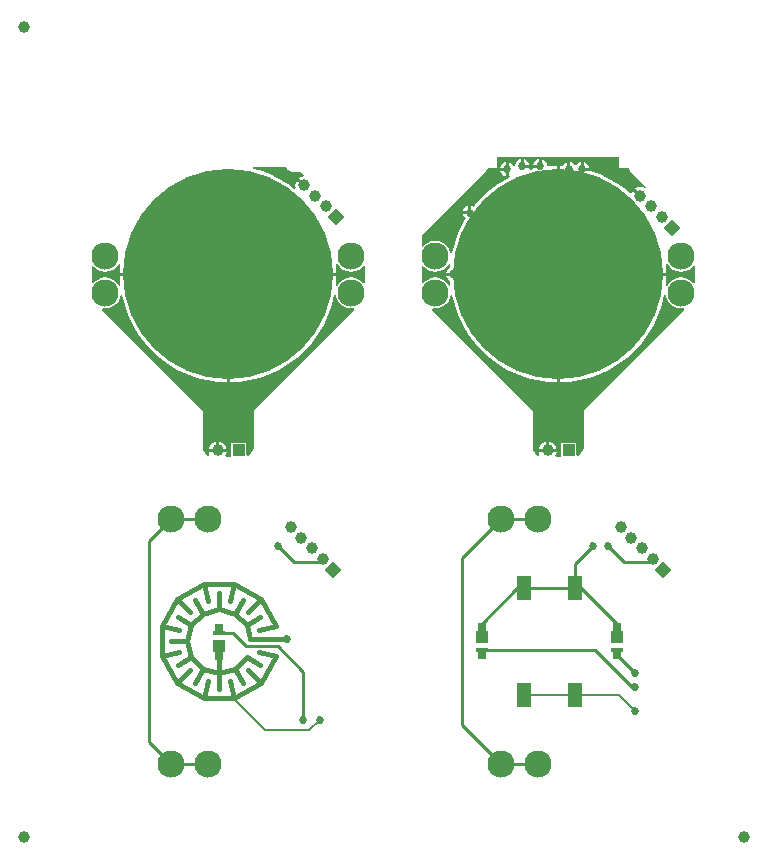
<source format=gbl>
G04 Layer_Physical_Order=2*
G04 Layer_Color=16711680*
%FSLAX25Y25*%
%MOIN*%
G70*
G01*
G75*
%ADD10C,0.03937*%
%ADD23C,0.00600*%
%ADD24C,0.01000*%
%ADD25C,0.70079*%
%ADD27C,0.01575*%
%ADD36R,0.03150X0.02559*%
%ADD37R,0.04488X0.04016*%
%ADD38R,0.04488X0.01181*%
%ADD47C,0.03961*%
G04:AMPARAMS|DCode=48|XSize=39.59mil|YSize=39.61mil|CornerRadius=0mil|HoleSize=0mil|Usage=FLASHONLY|Rotation=135.000|XOffset=0mil|YOffset=0mil|HoleType=Round|Shape=Rectangle|*
%AMROTATEDRECTD48*
4,1,4,0.02800,0.00001,-0.00001,-0.02800,-0.02800,-0.00001,0.00001,0.02800,0.02800,0.00001,0.0*
%
%ADD48ROTATEDRECTD48*%

%ADD49R,0.03959X0.03961*%
%ADD50C,0.09055*%
%ADD51C,0.02700*%
%ADD52R,0.05118X0.08268*%
%ADD53R,0.01575X0.01575*%
%ADD54R,0.01575X0.07874*%
G36*
X102583Y237718D02*
X102671Y237585D01*
X103085Y237171D01*
X103581Y236840D01*
X104122Y236616D01*
X104342Y236572D01*
X104558Y236507D01*
X104850Y236478D01*
X104926Y236486D01*
X105000Y236471D01*
X107367D01*
X108240Y235597D01*
X108061Y235069D01*
X107615Y235010D01*
X106890Y234710D01*
X106668Y234539D01*
X108747Y232460D01*
X108040Y231753D01*
X105961Y233832D01*
X105790Y233610D01*
X105490Y232885D01*
X105387Y232107D01*
X105490Y231329D01*
X105499Y231305D01*
X105091Y230986D01*
X103047Y232502D01*
X100009Y234322D01*
X96808Y235836D01*
X93474Y237029D01*
X91249Y237587D01*
X91310Y238087D01*
X102264D01*
X102583Y237718D01*
D02*
G37*
G36*
X213400Y238100D02*
X213500Y238000D01*
X216471D01*
X216587Y237415D01*
X216919Y236919D01*
X222329Y231508D01*
X221999Y231131D01*
X221896Y231210D01*
X221171Y231510D01*
X220393Y231613D01*
X219615Y231510D01*
X218890Y231210D01*
X218668Y231039D01*
X220747Y228960D01*
X220040Y228253D01*
X217961Y230332D01*
X217790Y230110D01*
X217560Y229554D01*
X217028Y229362D01*
X215891Y230392D01*
X213047Y232502D01*
X210009Y234322D01*
X206808Y235836D01*
X203556Y237000D01*
X201000D01*
Y237500D01*
X200500D01*
Y239797D01*
X200083Y239714D01*
X199306Y239194D01*
X199051Y238812D01*
X198449D01*
X198194Y239194D01*
X197417Y239714D01*
X197000Y239797D01*
Y237500D01*
X196000D01*
Y239797D01*
X195583Y239714D01*
X194806Y239194D01*
X194353Y238516D01*
X193500Y238558D01*
Y203000D01*
X229058D01*
X228919Y205833D01*
X229414Y205944D01*
X229466Y205820D01*
X230288Y204749D01*
X231359Y203927D01*
X232606Y203410D01*
X233945Y203234D01*
X235283Y203410D01*
X236531Y203927D01*
X237602Y204749D01*
X237971Y205229D01*
X238471Y205059D01*
Y199547D01*
X237971Y199377D01*
X237602Y199858D01*
X236531Y200680D01*
X235283Y201196D01*
X233945Y201373D01*
X232606Y201196D01*
X231359Y200680D01*
X230288Y199858D01*
X229466Y198787D01*
X229345Y198495D01*
X228859Y198629D01*
X228909Y198963D01*
X229058Y202000D01*
X193500D01*
Y166442D01*
X196537Y166591D01*
X200039Y167111D01*
X203474Y167971D01*
X206808Y169164D01*
X210009Y170678D01*
X213047Y172498D01*
X215891Y174608D01*
X218514Y176986D01*
X220892Y179609D01*
X223002Y182453D01*
X224822Y185491D01*
X226336Y188692D01*
X227529Y192026D01*
X228390Y195461D01*
X228881Y195382D01*
X228949Y194862D01*
X229466Y193615D01*
X230288Y192544D01*
X231359Y191722D01*
X232606Y191205D01*
X233945Y191029D01*
X234767Y191137D01*
X235001Y190664D01*
X201919Y157581D01*
X201587Y157085D01*
X201471Y156500D01*
Y144658D01*
X201337Y143988D01*
X201076Y143356D01*
X200696Y142788D01*
X200212Y142304D01*
X199644Y141924D01*
X199495Y141863D01*
X199080Y142140D01*
Y146265D01*
X193921D01*
Y141529D01*
X192233D01*
X191986Y142029D01*
X192103Y142182D01*
X192404Y142907D01*
X192440Y143185D01*
X186560D01*
X186596Y142907D01*
X186727Y142591D01*
X186439Y142028D01*
X186267Y141984D01*
X185788Y142304D01*
X185304Y142788D01*
X184924Y143356D01*
X184663Y143988D01*
X184529Y144658D01*
Y156500D01*
X184413Y157085D01*
X184081Y157581D01*
X150999Y190664D01*
X151233Y191137D01*
X152055Y191029D01*
X153394Y191205D01*
X154641Y191722D01*
X155712Y192544D01*
X156534Y193615D01*
X157051Y194862D01*
X157119Y195382D01*
X157610Y195461D01*
X158471Y192026D01*
X159664Y188692D01*
X161178Y185491D01*
X162998Y182453D01*
X165108Y179609D01*
X167486Y176986D01*
X170109Y174608D01*
X172953Y172498D01*
X175991Y170678D01*
X179192Y169164D01*
X182526Y167971D01*
X185961Y167111D01*
X189463Y166591D01*
X192500Y166442D01*
Y202500D01*
Y238558D01*
X189881Y238430D01*
X189396Y238500D01*
X189214Y239417D01*
X188694Y240194D01*
X187917Y240714D01*
X187500Y240797D01*
Y238500D01*
X187000D01*
Y238000D01*
X184703D01*
X184784Y237595D01*
X183575Y237292D01*
X183242Y237724D01*
X183297Y238000D01*
X181000D01*
Y238500D01*
X180500D01*
Y240797D01*
X180083Y240714D01*
X179306Y240194D01*
X178786Y239417D01*
X178636Y238661D01*
X178122Y238554D01*
X177694Y239194D01*
X176917Y239714D01*
X176500Y239797D01*
Y235203D01*
X176818Y235267D01*
X176976Y234788D01*
X175991Y234322D01*
X172953Y232502D01*
X170109Y230392D01*
X167486Y228014D01*
X165108Y225391D01*
X164791Y224964D01*
X164417Y225214D01*
X164000Y225297D01*
Y223000D01*
X163500D01*
Y222500D01*
X161203D01*
X161286Y222083D01*
X161806Y221306D01*
X162126Y221092D01*
X161178Y219509D01*
X159664Y216308D01*
X158471Y212974D01*
X157610Y209539D01*
X157595Y209437D01*
X157090Y209442D01*
X157051Y209744D01*
X156534Y210991D01*
X155712Y212063D01*
X154641Y212884D01*
X153394Y213401D01*
X152055Y213577D01*
X150717Y213401D01*
X149469Y212884D01*
X148398Y212063D01*
X148029Y211582D01*
X147529Y211752D01*
Y215367D01*
X158081Y225919D01*
X169081Y236919D01*
X169413Y237415D01*
X169529Y238000D01*
X172500D01*
Y241400D01*
X213400D01*
Y238100D01*
D02*
G37*
G36*
X157081Y205833D02*
X157024Y204674D01*
X156306Y204194D01*
X155786Y203417D01*
X155703Y203000D01*
X158000D01*
Y202000D01*
X155703D01*
X155786Y201583D01*
X156306Y200806D01*
X157024Y200326D01*
X157091Y198963D01*
X157141Y198629D01*
X156655Y198495D01*
X156534Y198787D01*
X155712Y199858D01*
X154641Y200680D01*
X153394Y201196D01*
X152055Y201373D01*
X150717Y201196D01*
X149469Y200680D01*
X148398Y199858D01*
X148029Y199377D01*
X147529Y199547D01*
Y205059D01*
X148029Y205229D01*
X148398Y204749D01*
X149469Y203927D01*
X150717Y203410D01*
X152055Y203234D01*
X153394Y203410D01*
X154641Y203927D01*
X155712Y204749D01*
X156534Y205820D01*
X156586Y205944D01*
X157081Y205833D01*
D02*
G37*
G36*
X119466Y205820D02*
X120288Y204749D01*
X121359Y203927D01*
X122606Y203410D01*
X123945Y203234D01*
X125283Y203410D01*
X126531Y203927D01*
X127602Y204749D01*
X127971Y205229D01*
X128471Y205059D01*
Y199547D01*
X127971Y199377D01*
X127602Y199858D01*
X126531Y200680D01*
X125283Y201196D01*
X123945Y201373D01*
X122606Y201196D01*
X121359Y200680D01*
X120288Y199858D01*
X119466Y198787D01*
X119345Y198495D01*
X118860Y198629D01*
X118909Y198963D01*
X119058Y202000D01*
X83500D01*
Y166442D01*
X86537Y166591D01*
X90039Y167111D01*
X93474Y167971D01*
X96808Y169164D01*
X100009Y170678D01*
X103047Y172498D01*
X105891Y174608D01*
X108514Y176986D01*
X110892Y179609D01*
X113002Y182453D01*
X114822Y185491D01*
X116336Y188692D01*
X117529Y192026D01*
X118389Y195461D01*
X118881Y195382D01*
X118949Y194862D01*
X119466Y193615D01*
X120288Y192544D01*
X121359Y191722D01*
X122606Y191205D01*
X123945Y191029D01*
X124767Y191137D01*
X125001Y190664D01*
X91919Y157581D01*
X91587Y157085D01*
X91471Y156500D01*
Y144658D01*
X91337Y143988D01*
X91076Y143356D01*
X90696Y142788D01*
X90212Y142304D01*
X89644Y141924D01*
X89495Y141863D01*
X89079Y142140D01*
Y146265D01*
X83921D01*
Y141529D01*
X82233D01*
X81986Y142029D01*
X82103Y142182D01*
X82404Y142907D01*
X82440Y143185D01*
X76560D01*
X76596Y142907D01*
X76727Y142591D01*
X76439Y142028D01*
X76266Y141984D01*
X75788Y142304D01*
X75304Y142788D01*
X74924Y143356D01*
X74663Y143988D01*
X74529Y144658D01*
Y156500D01*
X74413Y157085D01*
X74081Y157581D01*
X40999Y190664D01*
X41233Y191137D01*
X42055Y191029D01*
X43394Y191205D01*
X44641Y191722D01*
X45712Y192544D01*
X46534Y193615D01*
X47051Y194862D01*
X47119Y195382D01*
X47611Y195461D01*
X48471Y192026D01*
X49664Y188692D01*
X51178Y185491D01*
X52998Y182453D01*
X55108Y179609D01*
X57486Y176986D01*
X60109Y174608D01*
X62953Y172498D01*
X65991Y170678D01*
X69192Y169164D01*
X72526Y167971D01*
X75961Y167111D01*
X79463Y166591D01*
X82500Y166442D01*
Y202000D01*
X46942D01*
X47091Y198963D01*
X47140Y198629D01*
X46655Y198495D01*
X46534Y198787D01*
X45712Y199858D01*
X44641Y200680D01*
X43394Y201196D01*
X42055Y201373D01*
X40717Y201196D01*
X39469Y200680D01*
X38398Y199858D01*
X38029Y199377D01*
X37529Y199547D01*
Y205059D01*
X38029Y205229D01*
X38398Y204749D01*
X39469Y203927D01*
X40717Y203410D01*
X42055Y203234D01*
X43394Y203410D01*
X44641Y203927D01*
X45712Y204749D01*
X46534Y205820D01*
X46586Y205944D01*
X47081Y205833D01*
X46942Y203000D01*
X119058D01*
X118919Y205833D01*
X119414Y205944D01*
X119466Y205820D01*
D02*
G37*
%LPC*%
G36*
X186500Y240797D02*
X186083Y240714D01*
X185306Y240194D01*
X184786Y239417D01*
X184703Y239000D01*
X186500D01*
Y240797D01*
D02*
G37*
G36*
X181500D02*
Y239000D01*
X183297D01*
X183214Y239417D01*
X182694Y240194D01*
X181917Y240714D01*
X181500Y240797D01*
D02*
G37*
G36*
X201500Y239797D02*
Y238000D01*
X203297D01*
X203214Y238417D01*
X202694Y239194D01*
X201917Y239714D01*
X201500Y239797D01*
D02*
G37*
G36*
X175500D02*
X175083Y239714D01*
X174306Y239194D01*
X173786Y238417D01*
X173703Y238000D01*
X175500D01*
Y239797D01*
D02*
G37*
G36*
Y237000D02*
X173703D01*
X173786Y236583D01*
X174306Y235806D01*
X175083Y235286D01*
X175500Y235203D01*
Y237000D01*
D02*
G37*
G36*
X163000Y225297D02*
X162583Y225214D01*
X161806Y224694D01*
X161286Y223917D01*
X161203Y223500D01*
X163000D01*
Y225297D01*
D02*
G37*
G36*
X190000Y146625D02*
Y144185D01*
X192440D01*
X192404Y144463D01*
X192103Y145188D01*
X191626Y145811D01*
X191003Y146288D01*
X190278Y146589D01*
X190000Y146625D01*
D02*
G37*
G36*
X189000D02*
X188722Y146589D01*
X187997Y146288D01*
X187374Y145811D01*
X186897Y145188D01*
X186596Y144463D01*
X186560Y144185D01*
X189000D01*
Y146625D01*
D02*
G37*
G36*
X80000D02*
Y144185D01*
X82440D01*
X82404Y144463D01*
X82103Y145188D01*
X81626Y145811D01*
X81003Y146288D01*
X80278Y146589D01*
X80000Y146625D01*
D02*
G37*
G36*
X79000D02*
X78722Y146589D01*
X77997Y146288D01*
X77374Y145811D01*
X76897Y145188D01*
X76596Y144463D01*
X76560Y144185D01*
X79000D01*
Y146625D01*
D02*
G37*
%LPD*%
D10*
X15000Y15000D02*
D03*
Y285000D02*
D03*
X255000Y15000D02*
D03*
D23*
X181535Y62087D02*
X198465D01*
X213413D01*
X218500Y57000D02*
X213413Y62087D01*
X110000Y50500D02*
X113500Y54000D01*
X95381Y50500D02*
X110000D01*
X95381D02*
X84978Y60903D01*
X190500Y229500D02*
X191500Y230500D01*
D24*
X223429Y106500D02*
X224465Y107536D01*
X215000Y106500D02*
X223429D01*
X215000D02*
X209500Y112000D01*
X174094Y120945D02*
X186299D01*
X174094Y39055D02*
X186299D01*
X181535Y97913D02*
X198465D01*
Y105965D01*
X204500Y112000D01*
X174094Y39055D02*
X161000Y52150D01*
Y107850D01*
X174094Y120945D01*
X212500Y75500D02*
Y77124D01*
X218500Y69500D02*
X212500Y75500D01*
Y86000D02*
X200587Y97913D01*
X198465D02*
X200587D01*
X167500Y86000D02*
X179413Y97913D01*
X181535D01*
X167500Y81494D02*
Y84742D01*
X217500Y65000D02*
X218500D01*
X217500D02*
X205376Y77124D01*
X167500D02*
X205376D01*
X212500Y84742D02*
Y86000D01*
X167500Y84742D02*
Y86000D01*
X64095Y39055D02*
X56500Y46650D01*
Y113350D01*
X64095Y120945D01*
Y39055D02*
X76299D01*
X64095Y120945D02*
X76299D01*
X108000Y54000D02*
Y70000D01*
X99500Y78500D01*
X89000D02*
X99500D01*
X105000Y106500D02*
X99500Y112000D01*
X105000Y106500D02*
X113429D01*
X114464Y107536D01*
X89000Y78500D02*
X84624Y82876D01*
X80000D02*
X84624D01*
D25*
X83000Y202500D02*
D03*
X193000D02*
D03*
D27*
X99600Y81000D02*
X102500D01*
X98932Y75022D02*
X93227Y76551D01*
X93726Y72145D02*
X89123Y74802D01*
X93837Y66198D02*
X89661Y70374D01*
X93837Y66198D02*
X98932Y75022D01*
X87890Y66309D02*
X85232Y70912D01*
X89123Y74802D01*
X85012Y61103D02*
X83484Y66807D01*
X85012Y61103D02*
X93837Y66198D01*
X79917Y69487D02*
X85232Y70912D01*
X74822Y61103D02*
X76351Y66807D01*
X74822Y61103D02*
X85012D01*
X71945Y66309D02*
X74602Y70912D01*
X65998Y66198D02*
X70174Y70374D01*
X74822Y61103D02*
X65998Y66198D01*
X66109Y72145D02*
X70712Y74802D01*
X74602Y70912D02*
X70712Y74802D01*
X60903Y75022D02*
X66607Y76551D01*
X65998Y66198D02*
X60903Y75022D01*
X63972Y80117D02*
X69287D01*
X70712Y74802D02*
X69287Y80117D01*
X66607Y83684D02*
X60903Y85212D01*
Y75022D02*
Y85212D01*
X70712Y85432D02*
X66109Y88090D01*
X69287Y80117D02*
X70712Y85432D01*
X70174Y89861D02*
X65998Y94037D01*
X60903Y85212D02*
X65998Y94037D01*
X74602Y89323D02*
X71945Y93926D01*
X70712Y85432D02*
X74602Y89323D01*
X76351Y93427D02*
X74822Y99132D01*
X65998Y94037D02*
X74822Y99132D01*
X79917Y90747D02*
Y96062D01*
X74602Y89323D02*
X79917Y90747D01*
X83484Y93427D02*
X85012Y99132D01*
X74822D02*
X85012D01*
X85232Y89323D02*
X87890Y93926D01*
X85232Y89323D02*
X79917Y90747D01*
X89661Y89861D02*
X93837Y94037D01*
X85012Y99132D01*
X89123Y85432D02*
X93726Y88090D01*
X89123Y85432D02*
X85232Y89323D01*
X93227Y83684D02*
X98932Y85212D01*
X93837Y94037D01*
X90310Y81000D02*
X89123Y85432D01*
X90310Y81000D02*
X99500D01*
X79883Y78389D02*
X80000Y78506D01*
X79883Y69287D02*
Y69496D01*
Y78389D01*
Y69496D02*
X74602Y70912D01*
X79917Y69487D02*
X79883Y69496D01*
X79917Y64172D02*
Y69287D01*
Y69321D01*
Y69487D01*
D36*
X167500Y84742D02*
D03*
Y75352D02*
D03*
X212500Y84742D02*
D03*
Y75352D02*
D03*
X80000Y75258D02*
D03*
Y84648D02*
D03*
D37*
X167500Y81494D02*
D03*
X212500D02*
D03*
X80000Y78506D02*
D03*
D38*
X167500Y77124D02*
D03*
X212500D02*
D03*
X80000Y82876D02*
D03*
D47*
X111929Y228571D02*
D03*
X108393Y232107D02*
D03*
X115464Y225036D02*
D03*
X79500Y143685D02*
D03*
X217393Y114607D02*
D03*
X220929Y111071D02*
D03*
X213858Y118142D02*
D03*
X224465Y107536D02*
D03*
X114464D02*
D03*
X103858Y118142D02*
D03*
X110929Y111071D02*
D03*
X107393Y114607D02*
D03*
X223929Y225071D02*
D03*
X220393Y228607D02*
D03*
X227465Y221535D02*
D03*
X189500Y143685D02*
D03*
D48*
X119000Y221500D02*
D03*
X228000Y104000D02*
D03*
X118000D02*
D03*
X231000Y218000D02*
D03*
D49*
X86500Y143685D02*
D03*
X196500D02*
D03*
D50*
X123945Y208405D02*
D03*
Y196201D02*
D03*
X42055Y208405D02*
D03*
Y196201D02*
D03*
X174094Y120945D02*
D03*
X186299D02*
D03*
X174094Y39055D02*
D03*
X186299D02*
D03*
X76299D02*
D03*
X64095D02*
D03*
X76299Y120945D02*
D03*
X64095D02*
D03*
X233945Y208405D02*
D03*
Y196201D02*
D03*
X152055Y208405D02*
D03*
Y196201D02*
D03*
D51*
X92500Y193000D02*
D03*
X75500Y212500D02*
D03*
Y230500D02*
D03*
X56500Y184500D02*
D03*
X83500Y169500D02*
D03*
X218500Y57000D02*
D03*
X209500Y112000D02*
D03*
X204500D02*
D03*
X218500Y69500D02*
D03*
Y65000D02*
D03*
X99500Y112000D02*
D03*
X102500Y81000D02*
D03*
X108000Y54000D02*
D03*
X113500D02*
D03*
X190500Y229500D02*
D03*
X223000Y211000D02*
D03*
X163500Y223000D02*
D03*
X193500Y169500D02*
D03*
X182500Y192000D02*
D03*
Y175000D02*
D03*
X176000Y201500D02*
D03*
Y237500D02*
D03*
X181000Y238500D02*
D03*
X187000D02*
D03*
X196500Y237500D02*
D03*
X201000D02*
D03*
X194413Y204413D02*
D03*
Y209138D02*
D03*
Y213862D02*
D03*
Y218587D02*
D03*
X199138Y204413D02*
D03*
X199138Y209138D02*
D03*
Y213862D02*
D03*
X199138Y218587D02*
D03*
X203862Y204413D02*
D03*
Y209138D02*
D03*
Y213862D02*
D03*
Y218587D02*
D03*
X208587Y204413D02*
D03*
Y209138D02*
D03*
Y213862D02*
D03*
Y218587D02*
D03*
X172000Y224500D02*
D03*
X158000Y202500D02*
D03*
D52*
X181535Y62087D02*
D03*
Y97913D02*
D03*
X198465Y62087D02*
D03*
Y97913D02*
D03*
D53*
X99600Y81000D02*
D03*
D54*
X60902Y80157D02*
D03*
M02*

</source>
